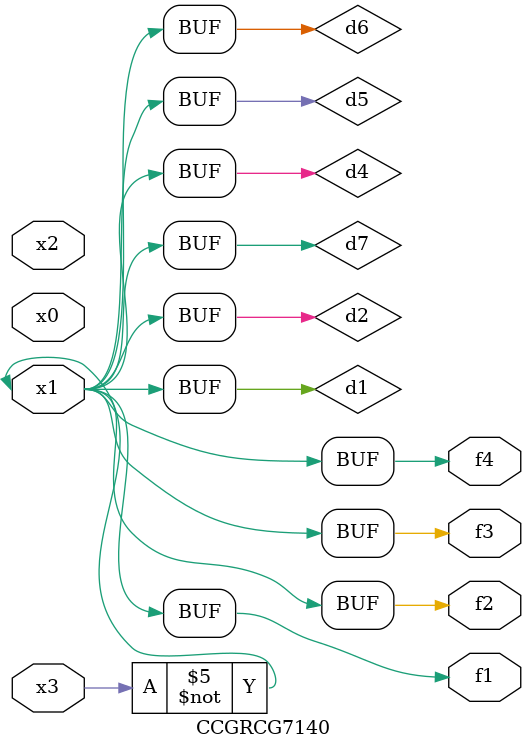
<source format=v>
module CCGRCG7140(
	input x0, x1, x2, x3,
	output f1, f2, f3, f4
);

	wire d1, d2, d3, d4, d5, d6, d7;

	not (d1, x3);
	buf (d2, x1);
	xnor (d3, d1, d2);
	nor (d4, d1);
	buf (d5, d1, d2);
	buf (d6, d4, d5);
	nand (d7, d4);
	assign f1 = d6;
	assign f2 = d7;
	assign f3 = d6;
	assign f4 = d6;
endmodule

</source>
